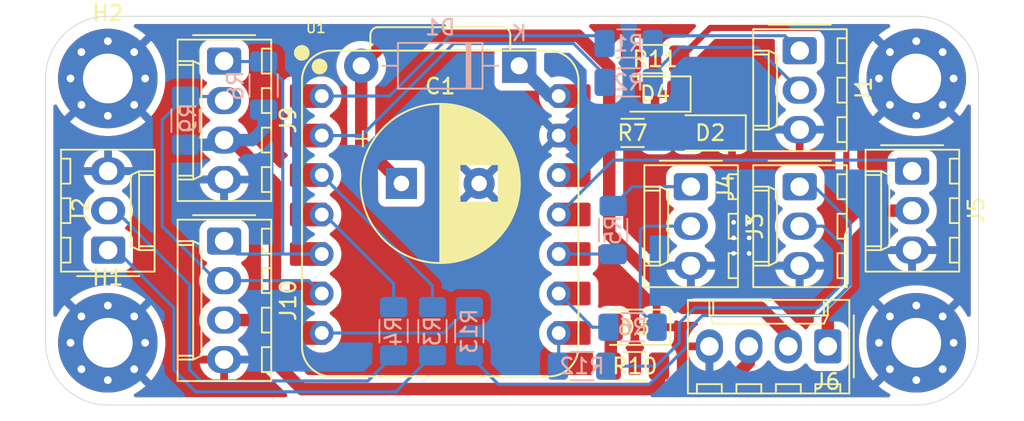
<source format=kicad_pcb>
(kicad_pcb (version 20241229) (generator "pcbnew") (generator_version "9.0")
  (layers (0 "F.Cu" signal) (2 "B.Cu" signal) (13 "F.Paste" user) (15 "B.Paste" user) (5 "F.SilkS" user "F.Silkscreen") (7 "B.SilkS" user "B.Silkscreen") (1 "F.Mask" user) (3 "B.Mask" user) (25 "Edge.Cuts" user))
  (net 0 "")
  (net 1 "+5V")
  (net 2 "GND")
  (net 3 "Net-(D1-K)")
  (net 4 "Net-(D2-A)")
  (net 5 "Net-(D3-A)")
  (net 6 "Net-(D4-A)")
  (net 7 "U1")
  (net 8 "U2")
  (net 9 "U3")
  (net 10 "U4")
  (net 11 "U5")
  (net 12 "U6")
  (net 13 "+12V")
  (net 14 "LI AX12A")
  (net 15 "+3.3V")
  (net 16 "SCL")
  (net 17 "SDA")
  (net 18 "Net-(U1-GPIO1{slash}D0{slash}A0)")
  (net 19 "Net-(U1-GPIO2{slash}DA{slash}A1)")
  (net 20 "Net-(U1-GPIO3{slash}D2{slash}A2)")
  (net 21 "Net-(U1-GPIO4{slash}D3{slash}A3)")
  (net 22 "Net-(U1-GPIO8{slash}D9{slash}A9{slash}MISO)")
  (net 23 "Net-(U1-GPIO7{slash}D8{slash}A8{slash}SCK)")
  (net 26 "U7")
  (net 27 "U8")
  (net 28 "Net-(U1-U0RXD{slash}D7{slash}RX)")
  (net 29 "Net-(U1-U0TXD{slash}D6{slash}TX)")
  (footprint "Connector_Molex:Molex_KK-254_AE-6410-04A_1x04_P2.54mm_Vertical" (layer "F.Cu") (at 223.06 95.98 180)
    (property "Reference" "J6" (at 0.06 -2.27 0) (layer "F.SilkS"))
    (property "Value" "connecteur puissance")
    (pad "1" thru_hole roundrect (at 0 0 180) (size 1.74 2.19) (drill 1.19) (layers "*.Cu" "*.Mask") (roundrect_rratio 0.143678) (net 13 "+12V"))
    (pad "2" thru_hole oval (at 2.54 0 180) (size 1.74 2.19) (drill 1.19) (layers "*.Cu" "*.Mask") (net 1 "+5V"))
    (pad "3" thru_hole oval (at 5.079999 0 180) (size 1.74 2.19) (drill 1.19) (layers "*.Cu" "*.Mask") (net 15 "+3.3V"))
    (pad "4" thru_hole oval (at 7.62 0 180) (size 1.74 2.19) (drill 1.19) (layers "*.Cu" "*.Mask") (net 2 "GND"))
  )
  (footprint "Connector_Molex:Molex_KK-254_AE-6410-03A_1x03_P2.54mm_Vertical" (layer "F.Cu") (at 176.77 89.79 90)
    (property "Reference" "J2" (at 2.54 -1.77 90) (layer "F.SilkS"))
    (property "Value" "UART CM")
    (pad "1" thru_hole roundrect (at 0 0 90) (size 1.74 2.19) (drill 1.19) (layers "*.Cu" "*.Mask") (roundrect_rratio 0.143678) (net 9 "U3"))
    (pad "2" thru_hole oval (at 2.54 0 90) (size 1.74 2.19) (drill 1.19) (layers "*.Cu" "*.Mask") (net 10 "U4"))
    (pad "3" thru_hole oval (at 5.079999 0 90) (size 1.74 2.19) (drill 1.19) (layers "*.Cu" "*.Mask") (net 2 "GND"))
  )
  (footprint "MountingHole:MountingHole_3.2mm_M3_Pad_Via" (layer "F.Cu") (at 228.75 78.75)
    (property "Reference" "H3" (at 0 0 0) (layer "F.SilkS"))
    (property "Value" "MountingHole_Pad")
    (pad "1" thru_hole circle (at -2.4 0) (size 0.8 0.8) (drill 0.5) (layers "*.Cu" "*.Mask") (net 2 "GND"))
    (pad "1" thru_hole circle (at -1.697056 -1.697056) (size 0.8 0.8) (drill 0.5) (layers "*.Cu" "*.Mask") (net 2 "GND"))
    (pad "1" thru_hole circle (at -1.697056 1.697056) (size 0.8 0.8) (drill 0.5) (layers "*.Cu" "*.Mask") (net 2 "GND"))
    (pad "1" thru_hole circle (at 0 -2.4) (size 0.8 0.8) (drill 0.5) (layers "*.Cu" "*.Mask") (net 2 "GND"))
    (pad "1" thru_hole circle (at 0 0) (size 6.4 6.4) (drill 3.2) (layers "*.Cu" "*.Mask") (net 2 "GND"))
    (pad "1" thru_hole circle (at 0 2.4) (size 0.8 0.8) (drill 0.5) (layers "*.Cu" "*.Mask") (net 2 "GND"))
    (pad "1" thru_hole circle (at 1.697056 -1.697056) (size 0.8 0.8) (drill 0.5) (layers "*.Cu" "*.Mask") (net 2 "GND"))
    (pad "1" thru_hole circle (at 1.697056 1.697056) (size 0.8 0.8) (drill 0.5) (layers "*.Cu" "*.Mask") (net 2 "GND"))
    (pad "1" thru_hole circle (at 2.4 0) (size 0.8 0.8) (drill 0.5) (layers "*.Cu" "*.Mask") (net 2 "GND"))
  )
  (footprint "Connector_Molex:Molex_KK-254_AE-6410-04A_1x04_P2.54mm_Vertical" (layer "F.Cu") (at 184.23 89.21 -90)
    (property "Reference" "J10" (at 3.81 -4.12 90) (layer "F.SilkS"))
    (property "Value" "I2C Extension")
    (pad "1" thru_hole roundrect (at 0 0 270) (size 1.74 2.19) (drill 1.19) (layers "*.Cu" "*.Mask") (roundrect_rratio 0.143678) (net 17 "SDA"))
    (pad "2" thru_hole oval (at 2.54 0 270) (size 1.74 2.19) (drill 1.19) (layers "*.Cu" "*.Mask") (net 16 "SCL"))
    (pad "3" thru_hole oval (at 5.079999 0 270) (size 1.74 2.19) (drill 1.19) (layers "*.Cu" "*.Mask") (net 15 "+3.3V"))
    (pad "4" thru_hole oval (at 7.62 0 270) (size 1.74 2.19) (drill 1.19) (layers "*.Cu" "*.Mask") (net 2 "GND"))
  )
  (footprint "Connector_Molex:Molex_KK-254_AE-6410-03A_1x03_P2.54mm_Vertical" (layer "F.Cu") (at 228.48 84.71 -90)
    (property "Reference" "J5" (at 2.54 -4.12 90) (layer "F.SilkS"))
    (property "Value" "con AX12A")
    (pad "1" thru_hole roundrect (at 0 0 270) (size 1.74 2.19) (drill 1.19) (layers "*.Cu" "*.Mask") (roundrect_rratio 0.143678) (net 14 "LI AX12A"))
    (pad "2" thru_hole oval (at 2.54 0 270) (size 1.74 2.19) (drill 1.19) (layers "*.Cu" "*.Mask") (net 13 "+12V"))
    (pad "3" thru_hole oval (at 5.079999 0 270) (size 1.74 2.19) (drill 1.19) (layers "*.Cu" "*.Mask") (net 2 "GND"))
  )
  (footprint "MountingHole:MountingHole_3.2mm_M3_Pad_Via" (layer "F.Cu") (at 176.75 78.75)
    (property "Reference" "H2" (at 0 -4.2 0) (layer "F.SilkS"))
    (property "Value" "MountingHole_Pad")
    (pad "1" thru_hole circle (at -2.4 0) (size 0.8 0.8) (drill 0.5) (layers "*.Cu" "*.Mask") (net 2 "GND"))
    (pad "1" thru_hole circle (at -1.697056 -1.697056) (size 0.8 0.8) (drill 0.5) (layers "*.Cu" "*.Mask") (net 2 "GND"))
    (pad "1" thru_hole circle (at -1.697056 1.697056) (size 0.8 0.8) (drill 0.5) (layers "*.Cu" "*.Mask") (net 2 "GND"))
    (pad "1" thru_hole circle (at 0 -2.4) (size 0.8 0.8) (drill 0.5) (layers "*.Cu" "*.Mask") (net 2 "GND"))
    (pad "1" thru_hole circle (at 0 0) (size 6.4 6.4) (drill 3.2) (layers "*.Cu" "*.Mask") (net 2 "GND"))
    (pad "1" thru_hole circle (at 0 2.4) (size 0.8 0.8) (drill 0.5) (layers "*.Cu" "*.Mask") (net 2 "GND"))
    (pad "1" thru_hole circle (at 1.697056 -1.697056) (size 0.8 0.8) (drill 0.5) (layers "*.Cu" "*.Mask") (net 2 "GND"))
    (pad "1" thru_hole circle (at 1.697056 1.697056) (size 0.8 0.8) (drill 0.5) (layers "*.Cu" "*.Mask") (net 2 "GND"))
    (pad "1" thru_hole circle (at 2.4 0) (size 0.8 0.8) (drill 0.5) (layers "*.Cu" "*.Mask") (net 2 "GND"))
  )
  (footprint "LED_SMD:LED_1206_3216Metric" (layer "F.Cu") (at 211.949999 79.75 180)
    (property "Reference" "D4" (at 0 0 0) (layer "F.SilkS"))
    (property "Value" "LED_Small")
    (pad "1" smd roundrect (at -1.399999 0 180) (size 1.25 1.75) (layers "F.Cu" "F.Mask" "F.Paste") (roundrect_rratio 0.2) (net 2 "GND"))
    (pad "2" smd roundrect (at 1.399999 0 180) (size 1.25 1.75) (layers "F.Cu" "F.Mask" "F.Paste") (roundrect_rratio 0.2) (net 6 "Net-(D4-A)"))
  )
  (footprint "Seeed Studio XIAO Series Library:XIAO-ESP32S3-DIP" (layer "F.Cu") (at 198.13 87.5)
    (property "Reference" "U1" (at -8 -12 0) (layer "F.SilkS") (effects (font (size 0.635 0.635) (thickness 0.1016))))
    (property "Value" "XIAO-ESP32-S3-DIP")
    (pad "1" smd roundrect (at -8.455 -7.62 180) (size 2.432 1.524) (layers "F.Cu" "F.Mask") (roundrect_rratio 0.1) (net 18 "Net-(U1-GPIO1{slash}D0{slash}A0)"))
    (pad "1" thru_hole circle (at -7.62 -7.62 180) (size 1.524 1.524) (drill 0.889) (layers "*.Cu" "*.Mask") (net 18 "Net-(U1-GPIO1{slash}D0{slash}A0)"))
    (pad "2" smd roundrect (at -8.455 -5.08 180) (size 2.432 1.524) (layers "F.Cu" "F.Mask") (roundrect_rratio 0.1) (net 19 "Net-(U1-GPIO2{slash}DA{slash}A1)"))
    (pad "2" thru_hole circle (at -7.62 -5.08 180) (size 1.524 1.524) (drill 0.889) (layers "*.Cu" "*.Mask") (net 19 "Net-(U1-GPIO2{slash}DA{slash}A1)"))
    (pad "3" smd roundrect (at -8.455 -2.54 180) (size 2.432 1.524) (layers "F.Cu" "F.Mask") (roundrect_rratio 0.1) (net 20 "Net-(U1-GPIO3{slash}D2{slash}A2)"))
    (pad "3" thru_hole circle (at -7.62 -2.54 180) (size 1.524 1.524) (drill 0.889) (layers "*.Cu" "*.Mask") (net 20 "Net-(U1-GPIO3{slash}D2{slash}A2)"))
    (pad "4" smd roundrect (at -8.455 0 180) (size 2.432 1.524) (layers "F.Cu" "F.Mask") (roundrect_rratio 0.1) (net 21 "Net-(U1-GPIO4{slash}D3{slash}A3)"))
    (pad "4" thru_hole circle (at -7.62 0 180) (size 1.524 1.524) (drill 0.889) (layers "*.Cu" "*.Mask") (net 21 "Net-(U1-GPIO4{slash}D3{slash}A3)"))
    (pad "5" smd roundrect (at -8.455 2.54 180) (size 2.432 1.524) (layers "F.Cu" "F.Mask") (roundrect_rratio 0.1) (net 17 "SDA"))
    (pad "5" thru_hole circle (at -7.62 2.54 180) (size 1.524 1.524) (drill 0.889) (layers "*.Cu" "*.Mask") (net 17 "SDA"))
    (pad "6" smd roundrect (at -8.455 5.08 180) (size 2.432 1.524) (layers "F.Cu" "F.Mask") (roundrect_rratio 0.1) (net 16 "SCL"))
    (pad "6" thru_hole circle (at -7.62 5.08 180) (size 1.524 1.524) (drill 0.889) (layers "*.Cu" "*.Mask") (net 16 "SCL"))
    (pad "7" smd roundrect (at -8.455 7.62 180) (size 2.432 1.524) (layers "F.Cu" "F.Mask") (roundrect_rratio 0.1) (net 29 "Net-(U1-U0TXD{slash}D6{slash}TX)"))
    (pad "7" thru_hole circle (at -7.62 7.62 180) (size 1.524 1.524) (drill 0.889) (layers "*.Cu" "*.Mask") (net 29 "Net-(U1-U0TXD{slash}D6{slash}TX)"))
    (pad "8" thru_hole circle (at 7.62 7.62) (size 1.524 1.524) (drill 0.889) (layers "*.Cu" "*.Mask") (net 28 "Net-(U1-U0RXD{slash}D7{slash}RX)"))
    (pad "8" smd roundrect (at 8.455 7.62) (size 2.432 1.524) (layers "F.Cu" "F.Mask") (roundrect_rratio 0.1) (net 28 "Net-(U1-U0RXD{slash}D7{slash}RX)"))
    (pad "9" thru_hole circle (at 7.62 5.08) (size 1.524 1.524) (drill 0.889) (layers "*.Cu" "*.Mask") (net 23 "Net-(U1-GPIO7{slash}D8{slash}A8{slash}SCK)"))
    (pad "9" smd roundrect (at 8.455 5.08) (size 2.432 1.524) (layers "F.Cu" "F.Mask") (roundrect_rratio 0.1) (net 23 "Net-(U1-GPIO7{slash}D8{slash}A8{slash}SCK)"))
    (pad "10" thru_hole circle (at 7.62 2.54) (size 1.524 1.524) (drill 0.889) (layers "*.Cu" "*.Mask") (net 22 "Net-(U1-GPIO8{slash}D9{slash}A9{slash}MISO)"))
    (pad "10" smd roundrect (at 8.455 2.54) (size 2.432 1.524) (layers "F.Cu" "F.Mask") (roundrect_rratio 0.1) (net 22 "Net-(U1-GPIO8{slash}D9{slash}A9{slash}MISO)"))
    (pad "11" thru_hole circle (at 7.62 0) (size 1.524 1.524) (drill 0.889) (layers "*.Cu" "*.Mask") (net 14 "LI AX12A"))
    (pad "11" smd roundrect (at 8.455 0) (size 2.432 1.524) (layers "F.Cu" "F.Mask") (roundrect_rratio 0.1) (net 14 "LI AX12A"))
    (pad "12" thru_hole circle (at 7.62 -2.54) (size 1.524 1.524) (drill 0.889) (layers "*.Cu" "*.Mask"))
    (pad "12" smd roundrect (at 8.455 -2.54) (size 2.432 1.524) (layers "F.Cu" "F.Mask") (roundrect_rratio 0.1))
    (pad "13" thru_hole circle (at 7.62 -5.08) (size 1.524 1.524) (drill 0.889) (layers "*.Cu" "*.Mask") (net 2 "GND"))
    (pad "13" smd roundrect (at 8.455 -5.08) (size 2.432 1.524) (layers "F.Cu" "F.Mask") (roundrect_rratio 0.1) (net 2 "GND"))
    (pad "14" thru_hole circle (at 7.62 -7.62) (size 1.524 1.524) (drill 0.889) (layers "*.Cu" "*.Mask") (net 3 "Net-(D1-K)"))
    (pad "14" smd roundrect (at 8.455 -7.62) (size 2.432 1.524) (layers "F.Cu" "F.Mask") (roundrect_rratio 0.1) (net 3 "Net-(D1-K)"))
  )
  (footprint "Resistor_SMD:R_1206_3216Metric_Pad1.30x1.75mm_HandSolder" (layer "F.Cu") (at 211.949999 77.5 180)
    (property "Reference" "R11" (at 0 0 0) (layer "F.SilkS"))
    (property "Value" "1k")
    (pad "1" smd roundrect (at -1.550001 0 180) (size 1.3 1.75) (layers "F.Cu" "F.Mask" "F.Paste") (roundrect_rratio 0.192308) (net 13 "+12V"))
    (pad "2" smd roundrect (at 1.550001 0 180) (size 1.3 1.75) (layers "F.Cu" "F.Mask" "F.Paste") (roundrect_rratio 0.192308) (net 6 "Net-(D4-A)"))
  )
  (footprint "Connector_Molex:Molex_KK-254_AE-6410-03A_1x03_P2.54mm_Vertical" (layer "F.Cu") (at 221.25 85.71 -90)
    (property "Reference" "J4" (at 0.04 4.75 90) (layer "F.SilkS"))
    (property "Value" "UART CE")
    (pad "1" thru_hole roundrect (at 0 0 270) (size 1.74 2.19) (drill 1.19) (layers "*.Cu" "*.Mask") (roundrect_rratio 0.143678) (net 26 "U7"))
    (pad "2" thru_hole oval (at 2.54 0 270) (size 1.74 2.19) (drill 1.19) (layers "*.Cu" "*.Mask") (net 27 "U8"))
    (pad "3" thru_hole oval (at 5.079999 0 270) (size 1.74 2.19) (drill 1.19) (layers "*.Cu" "*.Mask") (net 2 "GND"))
  )
  (footprint "Connector_Molex:Molex_KK-254_AE-6410-03A_1x03_P2.54mm_Vertical" (layer "F.Cu") (at 221.25 76.96 -90)
    (property "Reference" "J1" (at 2.54 -4.12 90) (layer "F.SilkS"))
    (property "Value" "UART CL")
    (pad "1" thru_hole roundrect (at 0 0 270) (size 1.74 2.19) (drill 1.19) (layers "*.Cu" "*.Mask") (roundrect_rratio 0.143678) (net 7 "U1"))
    (pad "2" thru_hole oval (at 2.54 0 270) (size 1.74 2.19) (drill 1.19) (layers "*.Cu" "*.Mask") (net 8 "U2"))
    (pad "3" thru_hole oval (at 5.079999 0 270) (size 1.74 2.19) (drill 1.19) (layers "*.Cu" "*.Mask") (net 2 "GND"))
  )
  (footprint "Capacitor_THT:CP_Radial_D10.0mm_P5.00mm" (layer "F.Cu") (at 195.632323 85.5)
    (property "Reference" "C1" (at 2.5 -6.249999 0) (layer "F.SilkS"))
    (property "Value" "100µF")
    (pad "1" thru_hole rect (at 0 0) (size 2 2) (drill 1) (layers "*.Cu" "*.Mask") (net 1 "+5V"))
    (pad "2" thru_hole circle (at 5 0) (size 2 2) (drill 1) (layers "*.Cu" "*.Mask") (net 2 "GND"))
  )
  (footprint "Connector_Molex:Molex_KK-254_AE-6410-03A_1x03_P2.54mm_Vertical" (layer "F.Cu") (at 214.25 85.71 -90)
    (property "Reference" "J3" (at 2.54 -4.12 90) (layer "F.SilkS"))
    (property "Value" "UART CC")
    (pad "1" thru_hole roundrect (at 0 0 270) (size 1.74 2.19) (drill 1.19) (layers "*.Cu" "*.Mask") (roundrect_rratio 0.143678) (net 11 "U5"))
    (pad "2" thru_hole oval (at 2.54 0 270) (size 1.74 2.19) (drill 1.19) (layers "*.Cu" "*.Mask") (net 12 "U6"))
    (pad "3" thru_hole oval (at 5.079999 0 270) (size 1.74 2.19) (drill 1.19) (layers "*.Cu" "*.Mask") (net 2 "GND"))
  )
  (footprint "Connector_Molex:Molex_KK-254_AE-6410-04A_1x04_P2.54mm_Vertical" (layer "F.Cu") (at 184.23 77.63 -90)
    (property "Reference" "J9" (at 3.81 -4.12 90) (layer "F.SilkS"))
    (property "Value" "I2C Extension")
    (pad "1" thru_hole roundrect (at 0 0 270) (size 1.74 2.19) (drill 1.19) (layers "*.Cu" "*.Mask") (roundrect_rratio 0.143678) (net 17 "SDA"))
    (pad "2" thru_hole oval (at 2.54 0 270) (size 1.74 2.19) (drill 1.19) (layers "*.Cu" "*.Mask") (net 16 "SCL"))
    (pad "3" thru_hole oval (at 5.079999 0 270) (size 1.74 2.19) (drill 1.19) (layers "*.Cu" "*.Mask") (net 15 "+3.3V"))
    (pad "4" thru_hole oval (at 7.62 0 270) (size 1.74 2.19) (drill 1.19) (layers "*.Cu" "*.Mask") (net 2 "GND"))
  )
  (footprint "MountingHole:MountingHole_3.2mm_M3_Pad_Via" (layer "F.Cu") (at 176.75 95.75)
    (property "Reference" "H1" (at 0 -4.2 0) (layer "F.SilkS"))
    (property "Value" "MountingHole_Pad")
    (pad "1" thru_hole circle (at -2.4 0) (size 0.8 0.8) (drill 0.5) (layers "*.Cu" "*.Mask") (net 2 "GND"))
    (pad "1" thru_hole circle (at -1.697056 -1.697056) (size 0.8 0.8) (drill 0.5) (layers "*.Cu" "*.Mask") (net 2 "GND"))
    (pad "1" thru_hole circle (at -1.697056 1.697056) (size 0.8 0.8) (drill 0.5) (layers "*.Cu" "*.Mask") (net 2 "GND"))
    (pad "1" thru_hole circle (at 0 -2.4) (size 0.8 0.8) (drill 0.5) (layers "*.Cu" "*.Mask") (net 2 "GND"))
    (pad "1" thru_hole circle (at 0 0) (size 6.4 6.4) (drill 3.2) (layers "*.Cu" "*.Mask") (net 2 "GND"))
    (pad "1" thru_hole circle (at 0 2.4) (size 0.8 0.8) (drill 0.5) (layers "*.Cu" "*.Mask") (net 2 "GND"))
    (pad "1" thru_hole circle (at 1.697056 -1.697056) (size 0.8 0.8) (drill 0.5) (layers "*.Cu" "*.Mask") (net 2 "GND"))
    (pad "1" thru_hole circle (at 1.697056 1.697056) (size 0.8 0.8) (drill 0.5) (layers "*.Cu" "*.Mask") (net 2 "GND"))
    (pad "1" thru_hole circle (at 2.4 0) (size 0.8 0.8) (drill 0.5) (layers "*.Cu" "*.Mask") (net 2 "GND"))
  )
  (footprint "LED_SMD:LED_1206_3216Metric" (layer "F.Cu") (at 215.5 82.25 180)
    (property "Reference" "D2" (at 0 0 0) (layer "F.SilkS"))
    (property "Value" "LED_Small")
    (pad "1" smd roundrect (at -1.399999 0 180) (size 1.25 1.75) (layers "F.Cu" "F.Mask" "F.Paste") (roundrect_rratio 0.2) (net 2 "GND"))
    (pad "2" smd roundrect (at 1.399999 0 180) (size 1.25 1.75) (layers "F.Cu" "F.Mask" "F.Paste") (roundrect_rratio 0.2) (net 4 "Net-(D2-A)"))
  )
  (footprint "MountingHole:MountingHole_3.2mm_M3_Pad_Via" (layer "F.Cu") (at 228.75 95.75)
    (property "Reference" "H4" (at 0 0 0) (layer "F.SilkS"))
    (property "Value" "MountingHole_Pad")
    (pad "1" thru_hole circle (at -2.4 0) (size 0.8 0.8) (drill 0.5) (layers "*.Cu" "*.Mask") (net 2 "GND"))
    (pad "1" thru_hole circle (at -1.697056 -1.697056) (size 0.8 0.8) (drill 0.5) (layers "*.Cu" "*.Mask") (net 2 "GND"))
    (pad "1" thru_hole circle (at -1.697056 1.697056) (size 0.8 0.8) (drill 0.5) (layers "*.Cu" "*.Mask") (net 2 "GND"))
    (pad "1" thru_hole circle (at 0 -2.4) (size 0.8 0.8) (drill 0.5) (layers "*.Cu" "*.Mask") (net 2 "GND"))
    (pad "1" thru_hole circle (at 0 0) (size 6.4 6.4) (drill 3.2) (layers "*.Cu" "*.Mask") (net 2 "GND"))
    (pad "1" thru_hole circle (at 0 2.4) (size 0.8 0.8) (drill 0.5) (layers "*.Cu" "*.Mask") (net 2 "GND"))
    (pad "1" thru_hole circle (at 1.697056 -1.697056) (size 0.8 0.8) (drill 0.5) (layers "*.Cu" "*.Mask") (net 2 "GND"))
    (pad "1" thru_hole circle (at 1.697056 1.697056) (size 0.8 0.8) (drill 0.5) (layers "*.Cu" "*.Mask") (net 2 "GND"))
    (pad "1" thru_hole circle (at 2.4 0) (size 0.8 0.8) (drill 0.5) (layers "*.Cu" "*.Mask") (net 2 "GND"))
  )
  (footprint "LED_SMD:LED_1206_3216Metric" (layer "F.Cu") (at 210.649999 94.75 180)
    (property "Reference" "D3" (at 0 0 0) (layer "F.SilkS"))
    (property "Value" "LED_Small")
    (pad "1" smd roundrect (at -1.399999 0 180) (size 1.25 1.75) (layers "F.Cu" "F.Mask" "F.Paste") (roundrect_rratio 0.2) (net 2 "GND"))
    (pad "2" smd roundrect (at 1.399999 0 180) (size 1.25 1.75) (layers "F.Cu" "F.Mask" "F.Paste") (roundrect_rratio 0.2) (net 5 "Net-(D3-A)"))
  )
  (footprint "Resistor_SMD:R_1206_3216Metric_Pad1.30x1.75mm_HandSolder" (layer "F.Cu") (at 210.649999 97.25 180)
    (property "Reference" "R10" (at 0 0 0) (layer "F.SilkS"))
    (property "Value" "1k")
    (pad "1" smd roundrect (at -1.550001 0 180) (size 1.3 1.75) (layers "F.Cu" "F.Mask" "F.Paste") (roundrect_rratio 0.192308) (net 15 "+3.3V"))
    (pad "2" smd roundrect (at 1.550001 0 180) (size 1.3 1.75) (layers "F.Cu" "F.Mask" "F.Paste") (roundrect_rratio 0.192308) (net 5 "Net-(D3-A)"))
  )
  (footprint "Resistor_SMD:R_1206_3216Metric_Pad1.30x1.75mm_HandSolder" (layer "F.Cu") (at 210.5 82.25)
    (property "Reference" "R7" (at 0 0 0) (layer "F.SilkS"))
    (property "Value" "1k")
    (pad "1" smd roundrect (at -1.550001 0) (size 1.3 1.75) (layers "F.Cu" "F.Mask" "F.Paste") (roundrect_rratio 0.192308) (net 1 "+5V"))
    (pad "2" smd roundrect (at 1.550001 0) (size 1.3 1.75) (layers "F.Cu" "F.Mask" "F.Paste") (roundrect_rratio 0.192308) (net 4 "Net-(D2-A)"))
  )
  (footprint "Resistor_SMD:R_1206_3216Metric_Pad1.30x1.75mm_HandSolder" (layer "B.Cu") (at 197.63 95 90)
    (property "Reference" "R3" (at 0 0 90) (layer "B.SilkS") (effects (justify mirror)))
    (property "Value" "47")
    (pad "1" smd roundrect (at -1.550001 0 90) (size 1.3 1.75) (layers "B.Cu" "B.Mask" "B.Paste") (roundrect_rratio 0.192308) (net 9 "U3"))
    (pad "2" smd roundrect (at 1.550001 0 90) (size 1.3 1.75) (layers "B.Cu" "B.Mask" "B.Paste") (roundrect_rratio 0.192308) (net 20 "Net-(U1-GPIO3{slash}D2{slash}A2)"))
  )
  (footprint "Resistor_SMD:R_1206_3216Metric_Pad1.30x1.75mm_HandSolder" (layer "B.Cu") (at 209.25 88.5 -90)
    (property "Reference" "R5" (at 0 0 90) (layer "B.SilkS") (effects (justify mirror)))
    (property "Value" "47")
    (pad "1" smd roundrect (at -1.550001 0 270) (size 1.3 1.75) (layers "B.Cu" "B.Mask" "B.Paste") (roundrect_rratio 0.192308) (net 11 "U5"))
    (pad "2" smd roundrect (at 1.550001 0 270) (size 1.3 1.75) (layers "B.Cu" "B.Mask" "B.Paste") (roundrect_rratio 0.192308) (net 22 "Net-(U1-GPIO8{slash}D9{slash}A9{slash}MISO)"))
  )
  (footprint "Resistor_SMD:R_1206_3216Metric_Pad1.30x1.75mm_HandSolder" (layer "B.Cu") (at 207.25 97.25)
    (property "Reference" "R12" (at 0 0 0) (layer "B.SilkS") (effects (justify mirror)))
    (property "Value" "47")
    (pad "1" smd roundrect (at -1.550001 0) (size 1.3 1.75) (layers "B.Cu" "B.Mask" "B.Paste") (roundrect_rratio 0.192308) (net 28 "Net-(U1-U0RXD{slash}D7{slash}RX)"))
    (pad "2" smd roundrect (at 1.550001 0) (size 1.3 1.75) (layers "B.Cu" "B.Mask" "B.Paste") (roundrect_rratio 0.192308) (net 27 "U8"))
  )
  (footprint "Resistor_SMD:R_1206_3216Metric_Pad1.30x1.75mm_HandSolder" (layer "B.Cu") (at 210.5 94.75)
    (property "Reference" "R6" (at 0 0 0) (layer "B.SilkS") (effects (justify mirror)))
    (property "Value" "47")
    (pad "1" smd roundrect (at -1.550001 0) (size 1.3 1.75) (layers "B.Cu" "B.Mask" "B.Paste") (roundrect_rratio 0.192308) (net 23 "Net-(U1-GPIO7{slash}D8{slash}A8{slash}SCK)"))
    (pad "2" smd roundrect (at 1.550001 0) (size 1.3 1.75) (layers "B.Cu" "B.Mask" "B.Paste") (roundrect_rratio 0.192308) (net 12 "U6"))
  )
  (footprint "Resistor_SMD:R_1206_3216Metric_Pad1.30x1.75mm_HandSolder" (layer "B.Cu") (at 195.13 95 90)
    (property "Reference" "R4" (at 0 0 90) (layer "B.SilkS") (effects (justify mirror)))
    (property "Value" "47")
    (pad "1" smd roundrect (at -1.550001 0 90) (size 1.3 1.75) (layers "B.Cu" "B.Mask" "B.Paste") (roundrect_rratio 0.192308) (net 10 "U4"))
    (pad "2" smd roundrect (at 1.550001 0 90) (size 1.3 1.75) (layers "B.Cu" "B.Mask" "B.Paste") (roundrect_rratio 0.192308) (net 21 "Net-(U1-GPIO4{slash}D3{slash}A3)"))
  )
  (footprint "Resistor_SMD:R_1206_3216Metric_Pad1.30x1.75mm_HandSolder" (layer "B.Cu") (at 210.25 76.5 180)
    (property "Reference" "R1" (at 0 0 0) (layer "B.SilkS") (effects (justify mirror)))
    (property "Value" "47")
    (pad "1" smd roundrect (at -1.550001 0 180) (size 1.3 1.75) (layers "B.Cu" "B.Mask" "B.Paste") (roundrect_rratio 0.192308) (net 7 "U1"))
    (pad "2" smd roundrect (at 1.550001 0 180) (size 1.3 1.75) (layers "B.Cu" "B.Mask" "B.Paste") (roundrect_rratio 0.192308) (net 18 "Net-(U1-GPIO1{slash}D0{slash}A0)"))
  )
  (footprint "Diode_THT:D_DO-41_SOD81_P10.16mm_Horizontal" (layer "B.Cu") (at 203.21 77.9315 180)
    (property "Reference" "D1" (at 5.08 2.47 0) (layer "B.SilkS") (effects (justify mirror)))
    (property "Value" "D_Shottky")
    (fp_text user "K" (at 0 2.1 0) (layer "B.SilkS") (effects (justify mirror)))
    (pad "1" thru_hole rect (at 0 0 180) (size 2.2 2.2) (drill 1.1) (layers "*.Cu" "*.Mask") (net 3 "Net-(D1-K)"))
    (pad "2" thru_hole oval (at 10.16 0 180) (size 2.2 2.2) (drill 1.1) (layers "*.Cu" "*.Mask") (net 1 "+5V"))
  )
  (footprint "Resistor_SMD:R_1206_3216Metric_Pad1.30x1.75mm_HandSolder" (layer "B.Cu") (at 210.25 79 180)
    (property "Reference" "R2" (at 0 0 0) (layer "B.SilkS") (effects (justify mirror)))
    (property "Value" "47")
    (pad "1" smd roundrect (at -1.550001 0 180) (size 1.3 1.75) (layers "B.Cu" "B.Mask" "B.Paste") (roundrect_rratio 0.192308) (net 8 "U2"))
    (pad "2" smd roundrect (at 1.550001 0 180) (size 1.3 1.75) (layers "B.Cu" "B.Mask" "B.Paste") (roundrect_rratio 0.192308) (net 19 "Net-(U1-GPIO2{slash}DA{slash}A1)"))
  )
  (footprint "Resistor_SMD:R_1206_3216Metric_Pad1.30x1.75mm_HandSolder" (layer "B.Cu") (at 200 95 90)
    (property "Reference" "R13" (at 0 0 90) (layer "B.SilkS") (effects (justify mirror)))
    (property "Value" "47")
    (pad "1" smd roundrect (at -1.550001 0 90) (size 1.3 1.75) (layers "B.Cu" "B.Mask" "B.Paste") (roundrect_rratio 0.192308) (net 26 "U7"))
    (pad "2" smd roundrect (at 1.550001 0 90) (size 1.3 1.75) (layers "B.Cu" "B.Mask" "B.Paste") (roundrect_rratio 0.192308) (net 29 "Net-(U1-U0TXD{slash}D6{slash}TX)"))
  )
  (footprint "Resistor_SMD:R_1206_3216Metric_Pad1.30x1.75mm_HandSolder" (layer "B.Cu") (at 181.75 81.459999 -90)
    (property "Reference" "R9" (at -0.176777 -0.176777 90) (layer "B.SilkS") (effects (justify mirror)))
    (property "Value" "1k")
    (pad "1" smd roundrect (at -1.550001 0 270) (size 1.3 1.75) (layers "B.Cu" "B.Mask" "B.Paste") (roundrect_rratio 0.192308) (net 16 "SCL"))
    (pad "2" smd roundrect (at 1.550001 0 270) (size 1.3 1.75) (layers "B.Cu" "B.Mask" "B.Paste") (roundrect_rratio 0.192308) (net 15 "+3.3V"))
  )
  (footprint "Resistor_SMD:R_1206_3216Metric_Pad1.30x1.75mm_HandSolder" (layer "B.Cu") (at 186.77325 79.209999 -90)
    (property "Reference" "R8" (at 0 1.82 90) (layer "B.SilkS") (effects (justify mirror)))
    (property "Value" "1k")
    (pad "1" smd roundrect (at -1.550001 0 270) (size 1.3 1.75) (layers "B.Cu" "B.Mask" "B.Paste") (roundrect_rratio 0.192308) (net 17 "SDA"))
    (pad "2" smd roundrect (at 1.550001 0 270) (size 1.3 1.75) (layers "B.Cu" "B.Mask" "B.Paste") (roundrect_rratio 0.192308) (net 15 "+3.3V"))
  )
  (gr_line (start 176.75 74.75) (end 228.75 74.75) (stroke (width 0.05)) (layer "Edge.Cuts"))
  (gr_line (start 228.75 99.75) (end 228.5 99.75) (stroke (width 0.05)) (layer "Edge.Cuts"))
  (gr_arc (start 172.75 78.75) (mid 173.921573 75.921573) (end 176.75 74.75) (stroke (width 0.05)) (layer "Edge.Cuts"))
  (gr_line (start 232.75 78.75) (end 232.75 95.75) (stroke (width 0.05)) (layer "Edge.Cuts"))
  (gr_arc (start 228.75 74.75) (mid 231.578427 75.921573) (end 232.75 78.75) (stroke (width 0.05)) (layer "Edge.Cuts"))
  (gr_line (start 172.75 95.75) (end 172.75 78.75) (stroke (width 0.05)) (layer "Edge.Cuts"))
  (gr_line (start 228.5 99.75) (end 176.75 99.75) (stroke (width 0.05)) (layer "Edge.Cuts"))
  (gr_arc (start 232.75 95.75) (mid 231.578427 98.578427) (end 228.75 99.75) (stroke (width 0.05)) (layer "Edge.Cuts"))
  (gr_arc (start 176.75 99.75) (mid 173.921573 98.578427) (end 172.75 95.75) (stroke (width 0.05)) (layer "Edge.Cuts"))
  (segment (start 209.050002 82.800002) (end 209 82.75) (width 0.8) (layer "F.Cu") (net 1))
  (segment (start 220.52 95.27) (end 220.52 95.98) (width 0.8) (layer "F.Cu") (net 1))
  (segment (start 218.75 93.5) (end 220.52 95.27) (width 0.8) (layer "F.Cu") (net 1))
  (segment (start 209 82.75) (end 209 88.75) (width 0.8) (layer "F.Cu") (net 1))
  (segment (start 194.9815 76) (end 207 76) (width 0.8) (layer "F.Cu") (net 1))
  (segment (start 193.05 77.9315) (end 194.9815 76) (width 0.8) (layer "F.Cu") (net 1))
  (segment (start 213.75 93.5) (end 218.75 93.5) (width 0.8) (layer "F.Cu") (net 1))
  (segment (start 209 78) (end 209 82.75) (width 0.8) (layer "F.Cu") (net 1))
  (segment (start 207 76) (end 209 78) (width 0.8) (layer "F.Cu") (net 1))
  (segment (start 209 88.75) (end 213.75 93.5) (width 0.8) (layer "F.Cu") (net 1))
  (segment (start 193.05 77.9315) (end 193.05 82.917677) (width 0.8) (layer "F.Cu") (net 1))
  (segment (start 193.05 82.917677) (end 195.632323 85.5) (width 0.8) (layer "F.Cu") (net 1))
  (segment (start 216.750001 82.800002) (end 216.800002 82.800002) (width 0.8) (layer "F.Cu") (net 2))
  (via (at 218 90) (size 0.6) (drill 0.3) (layers "F.Cu" "B.Cu") (net 2))
  (via (at 217 90) (size 0.6) (drill 0.3) (layers "F.Cu" "B.Cu") (net 2))
  (via (at 217 89) (size 0.6) (drill 0.3) (layers "F.Cu" "B.Cu") (net 2))
  (via (at 217 88) (size 0.6) (drill 0.3) (layers "F.Cu" "B.Cu") (net 2))
  (via (at 218 89) (size 0.6) (drill 0.3) (layers "F.Cu" "B.Cu") (net 2))
  (via (at 218 88) (size 0.6) (drill 0.3) (layers "F.Cu" "B.Cu") (net 2))
  (segment (start 205.1585 79.88) (end 203.21 77.9315) (width 0.8) (layer "B.Cu") (net 3))
  (segment (start 205.75 79.88) (end 205.1585 79.88) (width 0.8) (layer "B.Cu") (net 3))
  (segment (start 212.050001 82.25) (end 214.100001 82.25) (width 1) (layer "F.Cu") (net 4))
  (segment (start 209.099998 94.900002) (end 209.25 94.75) (width 0.8) (layer "F.Cu") (net 5))
  (segment (start 209.099998 97.25) (end 209.099998 94.900002) (width 0.8) (layer "F.Cu") (net 5))
  (segment (start 210.399998 77.5) (end 210.399998 79.599998) (width 0.8) (layer "F.Cu") (net 6))
  (segment (start 210.399998 79.599998) (end 210.55 79.75) (width 0.8) (layer "F.Cu") (net 6))
  (segment (start 211.800001 76) (end 220.29 76) (width 0.2) (layer "B.Cu") (net 7))
  (segment (start 220.29 76) (end 221.25 76.96) (width 0.2) (layer "B.Cu") (net 7))
  (segment (start 218.5 76.75) (end 221.25 79.5) (width 0.2) (layer "B.Cu") (net 8))
  (segment (start 213.550001 76.75) (end 218.5 76.75) (width 0.2) (layer "B.Cu") (net 8))
  (segment (start 211.800001 78.5) (end 213.550001 76.75) (width 0.2) (layer "B.Cu") (net 8))
  (segment (start 195.279001 98.901) (end 182.401 98.901) (width 0.2) (layer "B.Cu") (net 9))
  (segment (start 181 97.5) (end 181 93.5) (width 0.2) (layer "B.Cu") (net 9))
  (segment (start 197.63 96.550001) (end 195.279001 98.901) (width 0.2) (layer "B.Cu") (net 9))
  (segment (start 177.29 89.79) (end 176.77 89.79) (width 0.2) (layer "B.Cu") (net 9))
  (segment (start 181 93.5) (end 177.29 89.79) (width 0.2) (layer "B.Cu") (net 9))
  (segment (start 182.401 98.901) (end 181 97.5) (width 0.2) (layer "B.Cu") (net 9))
  (segment (start 182.735494 98.201944) (end 182 97.46645) (width 0.2) (layer "B.Cu") (net 10))
  (segment (start 177.25 87.25) (end 176.77 87.25) (width 0.2) (layer "B.Cu") (net 10))
  (segment (start 182 92) (end 177.25 87.25) (width 0.2) (layer "B.Cu") (net 10))
  (segment (start 182 97.46645) (end 182 92) (width 0.2) (layer "B.Cu") (net 10))
  (segment (start 193.478057 98.201944) (end 182.735494 98.201944) (width 0.2) (layer "B.Cu") (net 10))
  (segment (start 195.13 96.550001) (end 193.478057 98.201944) (width 0.2) (layer "B.Cu") (net 10))
  (segment (start 210.489999 85.71) (end 214.25 85.71) (width 0.2) (layer "B.Cu") (net 11))
  (segment (start 209.25 86.949999) (end 210.489999 85.71) (width 0.2) (layer "B.Cu") (net 11))
  (segment (start 211 93.699999) (end 211 88.5) (width 0.2) (layer "B.Cu") (net 12))
  (segment (start 212.050001 94.75) (end 211 93.699999) (width 0.2) (layer "B.Cu") (net 12))
  (segment (start 211 88.5) (end 211.25 88.25) (width 0.2) (layer "B.Cu") (net 12))
  (segment (start 211.25 88.25) (end 214.25 88.25) (width 0.2) (layer "B.Cu") (net 12))
  (segment (start 225 92.25) (end 225 89) (width 0.8) (layer "F.Cu") (net 13))
  (segment (start 225 89) (end 226.75 87.25) (width 0.8) (layer "F.Cu") (net 13))
  (segment (start 223.06 95.98) (end 223.06 94.19) (width 0.8) (layer "F.Cu") (net 13))
  (segment (start 223.06 94.19) (end 225 92.25) (width 0.8) (layer "F.Cu") (net 13))
  (segment (start 213.5 77.5) (end 215.5 75.5) (width 0.4) (layer "F.Cu") (net 13))
  (segment (start 222.75 75.5) (end 224.25 77) (width 0.4) (layer "F.Cu") (net 13))
  (segment (start 228.48 87.25) (end 226.75 87.25) (width 0.8) (layer "F.Cu") (net 13))
  (segment (start 224.25 77) (end 224.25 84.75) (width 0.4) (layer "F.Cu") (net 13))
  (segment (start 215.5 75.5) (end 222.75 75.5) (width 0.4) (layer "F.Cu") (net 13))
  (segment (start 224.25 84.75) (end 226.75 87.25) (width 0.4) (layer "F.Cu") (net 13))
  (segment (start 228.02 84.25) (end 228.48 84.71) (width 0.2) (layer "F.Cu") (net 14))
  (segment (start 209.25 84) (end 227.77 84) (width 0.2) (layer "B.Cu") (net 14))
  (segment (start 227.77 84) (end 228.48 84.71) (width 0.2) (layer "B.Cu") (net 14))
  (segment (start 205.75 87.5) (end 209.25 84) (width 0.2) (layer "B.Cu") (net 14))
  (segment (start 187.5 85.5) (end 187.5 97) (width 0.8) (layer "F.Cu") (net 15))
  (segment (start 212.2 98.676) (end 212.25 98.726) (width 0.8) (layer "F.Cu") (net 15))
  (segment (start 189.226 98.726) (end 212.25 98.726) (width 0.8) (layer "F.Cu") (net 15))
  (segment (start 184.23 94.289999) (end 187.5 94.289999) (width 0.8) (layer "F.Cu") (net 15))
  (segment (start 187.5 97) (end 189.226 98.726) (width 0.8) (layer "F.Cu") (net 15))
  (segment (start 216.274 98.726) (end 217.980001 97.019999) (width 0.8) (layer "F.Cu") (net 15))
  (segment (start 217.980001 97.019999) (end 217.980001 95.98) (width 0.8) (layer "F.Cu") (net 15))
  (segment (start 184.23 82.709999) (end 184.709999 82.709999) (width 0.8) (layer "F.Cu") (net 15))
  (segment (start 212.25 98.726) (end 216.274 98.726) (width 0.8) (layer "F.Cu") (net 15))
  (segment (start 212.2 97.25) (end 212.2 98.676) (width 0.8) (layer "F.Cu") (net 15))
  (segment (start 184.709999 82.709999) (end 187.5 85.5) (width 0.8) (layer "F.Cu") (net 15))
  (segment (start 186.77325 81.97675) (end 186.77325 80.76) (width 0.8) (layer "B.Cu") (net 15))
  (segment (start 181.75 83.01) (end 183.929999 83.01) (width 0.8) (layer "B.Cu") (net 15))
  (segment (start 184.23 82.709999) (end 186.040001 82.709999) (width 0.8) (layer "B.Cu") (net 15))
  (segment (start 183.929999 83.01) (end 184.23 82.709999) (width 0.8) (layer "B.Cu") (net 15))
  (segment (start 186.040001 82.709999) (end 186.77325 81.97675) (width 0.8) (layer "B.Cu") (net 15))
  (segment (start 181.75 79.909998) (end 180.25 81.409998) (width 0.2) (layer "B.Cu") (net 16))
  (segment (start 183.74 91.75) (end 184.23 91.75) (width 0.2) (layer "B.Cu") (net 16))
  (segment (start 180.25 81.409998) (end 180.25 88.26) (width 0.2) (layer "B.Cu") (net 16))
  (segment (start 189.68 91.75) (end 190.51 92.58) (width 0.2) (layer "B.Cu") (net 16))
  (segment (start 181.75 79.909998) (end 183.969998 79.909998) (width 0.2) (layer "B.Cu") (net 16))
  (segment (start 180.25 88.26) (end 183.74 91.75) (width 0.2) (layer "B.Cu") (net 16))
  (segment (start 184.23 91.75) (end 189.68 91.75) (width 0.2) (layer "B.Cu") (net 16))
  (segment (start 183.969998 79.909998) (end 184.23 80.17) (width 0.2) (layer "B.Cu") (net 16))
  (segment (start 186.77325 77.659998) (end 184.259998 77.659998) (width 0.2) (layer "B.Cu") (net 17))
  (segment (start 188 78.886748) (end 186.77325 77.659998) (width 0.2) (layer "B.Cu") (net 17))
  (segment (start 190.51 90.04) (end 185.06 90.04) (width 0.2) (layer "B.Cu") (net 17))
  (segment (start 184.259998 77.659998) (end 184.23 77.63) (width 0.2) (layer "B.Cu") (net 17))
  (segment (start 185.06 90.04) (end 184.23 89.21) (width 0.2) (layer "B.Cu") (net 17))
  (segment (start 188 90.04) (end 188 78.886748) (width 0.2) (layer "B.Cu") (net 17))
  (segment (start 190.51 79.88) (end 194.87 79.88) (width 0.2) (layer "B.Cu") (net 18))
  (segment (start 198.75 76) (end 208.699999 76) (width 0.2) (layer "B.Cu") (net 18))
  (segment (start 194.87 79.88) (end 198.75 76) (width 0.2) (layer "B.Cu") (net 18))
  (segment (start 190.51 82.42) (end 193.08 82.42) (width 0.2) (layer "B.Cu") (net 19))
  (segment (start 193.08 82.42) (end 199 76.5) (width 0.2) (layer "B.Cu") (net 19))
  (segment (start 199 76.5) (end 206.699999 76.5) (width 0.2) (layer "B.Cu") (net 19))
  (segment (start 206.699999 76.5) (end 208.699999 78.5) (width 0.2) (layer "B.Cu") (net 19))
  (segment (start 190.51 84.96) (end 197.63 92.08) (width 0.2) (layer "B.Cu") (net 20))
  (segment (start 197.63 92.08) (end 197.63 93.449999) (width 0.2) (layer "B.Cu") (net 20))
  (segment (start 195.13 91.9471) (end 195.13 93.449999) (width 0.2) (layer "B.Cu") (net 21))
  (segment (start 190.6829 87.5) (end 195.13 91.9471) (width 0.2) (layer "B.Cu") (net 21))
  (segment (start 190.51 87.5) (end 190.6829 87.5) (width 0.2) (layer "B.Cu") (net 21))
  (segment (start 209.239999 90.04) (end 209.25 90.050001) (width 0.2) (layer "B.Cu") (net 22))
  (segment (start 205.75 90.04) (end 209.239999 90.04) (width 0.2) (layer "B.Cu") (net 22))
  (segment (start 207.92 94.75) (end 208.949999 94.75) (width 0.2) (layer "B.Cu") (net 23))
  (segment (start 205.75 92.58) (end 207.92 94.75) (width 0.2) (layer "B.Cu") (net 23))
  (segment (start 215 94) (end 222.5 94) (width 0.2) (layer "B.Cu") (net 26))
  (segment (start 222.5 94) (end 224.5 92) (width 0.2) (layer "B.Cu") (net 26))
  (segment (start 201.875999 98.426) (end 211.574 98.426) (width 0.2) (layer "B.Cu") (net 26))
  (segment (start 224.5 92) (end 224.5 88) (width 0.2) (layer "B.Cu") (net 26))
  (segment (start 222.21 85.71) (end 221.25 85.71) (width 0.2) (layer "B.Cu") (net 26))
  (segment (start 214 95) (end 215 94) (width 0.2) (layer "B.Cu") (net 26))
  (segment (start 211.574 98.426) (end 214 96) (width 0.2) (layer "B.Cu") (net 26))
  (segment (start 214 96) (end 214 95) (width 0.2) (layer "B.Cu") (net 26))
  (segment (start 200 96.550001) (end 201.875999 98.426) (width 0.2) (layer "B.Cu") (net 26))
  (segment (start 224.5 88) (end 222.21 85.71) (width 0.2) (layer "B.Cu") (net 26))
  (segment (start 212 97.25) (end 213.5 95.75) (width 0.2) (layer "B.Cu") (net 27))
  (segment (start 213.5 94.5) (end 214.5 93.5) (width 0.2) (layer "B.Cu") (net 27))
  (segment (start 224 91.9329) (end 224 89.5) (width 0.2) (layer "B.Cu") (net 27))
  (segment (start 213.5 95.75) (end 213.5 94.5) (width 0.2) (layer "B.Cu") (net 27))
  (segment (start 214.5 93.5) (end 222.4329 93.5) (width 0.2) (layer "B.Cu") (net 27))
  (segment (start 222.75 88.25) (end 221.25 88.25) (width 0.2) (layer "B.Cu") (net 27))
  (segment (start 222.4329 93.5) (end 224 91.9329) (width 0.2) (layer "B.Cu") (net 27))
  (segment (start 224 89.5) (end 222.75 88.25) (width 0.2) (layer "B.Cu") (net 27))
  (segment (start 208.800001 97.25) (end 212 97.25) (width 0.2) (layer "B.Cu") (net 27))
  (segment (start 205.75 97.199999) (end 205.699999 97.25) (width 0.2) (layer "B.Cu") (net 28))
  (segment (start 205.75 95.12) (end 205.75 97.199999) (width 0.2) (layer "B.Cu") (net 28))
  (segment (start 198.329999 95.12) (end 200 93.449999) (width 0.2) (layer "B.Cu") (net 29))
  (segment (start 190.51 95.12) (end 198.329999 95.12) (width 0.2) (layer "B.Cu") (net 29))
  (zone (net 2) (net_name "GND") (layers "F.Cu" "B.Cu") (connect_pads (clearance 0.5)) (min_thickness 0.25) (fill yes (thermal_gap 0.5) (thermal_bridge_width 0.5))
    (polygon (pts (xy 232.75 74.75) (xy 232.75 99.75) (xy 172.75 99.75) (xy 172.75 74.75)))
  )
)
</source>
